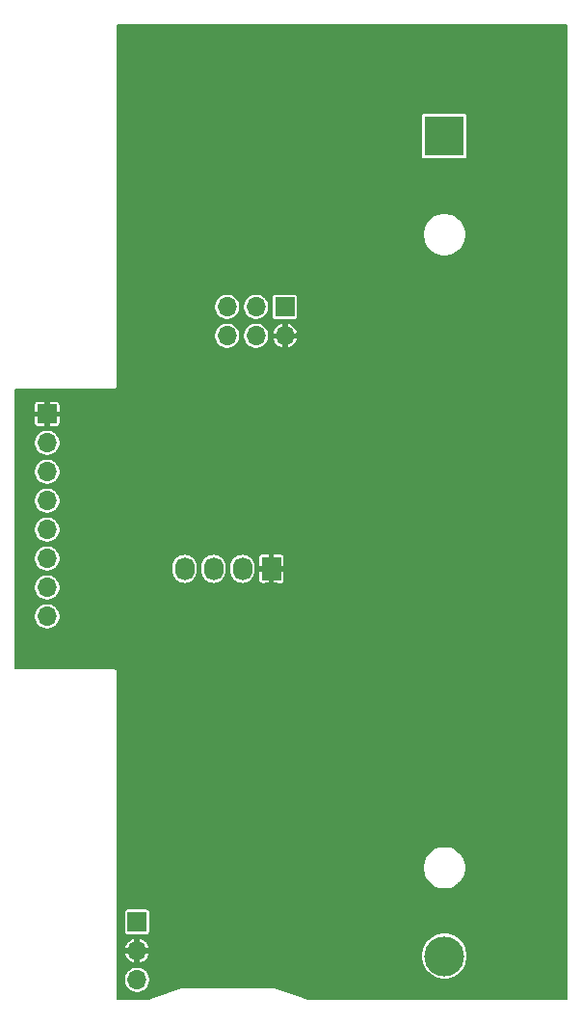
<source format=gbr>
G04 #@! TF.GenerationSoftware,KiCad,Pcbnew,5.1.5-1.fc30*
G04 #@! TF.CreationDate,2020-09-01T08:29:50+02:00*
G04 #@! TF.ProjectId,BeaconTemperature,42656163-6f6e-4546-956d-706572617475,rev?*
G04 #@! TF.SameCoordinates,Original*
G04 #@! TF.FileFunction,Copper,L2,Bot*
G04 #@! TF.FilePolarity,Positive*
%FSLAX46Y46*%
G04 Gerber Fmt 4.6, Leading zero omitted, Abs format (unit mm)*
G04 Created by KiCad (PCBNEW 5.1.5-1.fc30) date 2020-09-01 08:29:50*
%MOMM*%
%LPD*%
G04 APERTURE LIST*
%ADD10O,1.700000X1.700000*%
%ADD11R,1.700000X1.700000*%
%ADD12R,3.500000X3.500000*%
%ADD13C,3.500000*%
%ADD14O,1.727200X2.032000*%
%ADD15R,1.727200X2.032000*%
%ADD16C,0.800000*%
%ADD17C,0.200000*%
G04 APERTURE END LIST*
D10*
X127000000Y-93080000D03*
X127000000Y-90540000D03*
D11*
X127000000Y-88000000D03*
D10*
X119100000Y-61180000D03*
X119100000Y-58640000D03*
X119100000Y-56100000D03*
X119100000Y-53560000D03*
X119100000Y-51020000D03*
X119100000Y-48480000D03*
X119100000Y-45940000D03*
D11*
X119100000Y-43400000D03*
D12*
X154000000Y-19000000D03*
D13*
X154000000Y-91000000D03*
D14*
X131190000Y-57000000D03*
X133730000Y-57000000D03*
X136270000Y-57000000D03*
D15*
X138810000Y-57000000D03*
D10*
X134920000Y-36540000D03*
X134920000Y-34000000D03*
X137460000Y-36540000D03*
X137460000Y-34000000D03*
X140000000Y-36540000D03*
D11*
X140000000Y-34000000D03*
D16*
X132000000Y-31000000D03*
X135000000Y-45000000D03*
X137100000Y-65900000D03*
D17*
G36*
X164725000Y-15013502D02*
G01*
X164725001Y-15013512D01*
X164725000Y-94725000D01*
X142044627Y-94725000D01*
X139109081Y-93746486D01*
X139105747Y-93744704D01*
X139083394Y-93737924D01*
X139074152Y-93734843D01*
X139070501Y-93734013D01*
X139053909Y-93728980D01*
X139044130Y-93728017D01*
X139034561Y-93725841D01*
X139017251Y-93725369D01*
X139013503Y-93725000D01*
X139003708Y-93725000D01*
X138980412Y-93724365D01*
X138976693Y-93725000D01*
X131023308Y-93725000D01*
X131019589Y-93724365D01*
X130996292Y-93725000D01*
X130986497Y-93725000D01*
X130982749Y-93725369D01*
X130965438Y-93725841D01*
X130955866Y-93728017D01*
X130946091Y-93728980D01*
X130929514Y-93734008D01*
X130925847Y-93734842D01*
X130916561Y-93737937D01*
X130894253Y-93744704D01*
X130890926Y-93746482D01*
X127955377Y-94725000D01*
X125275000Y-94725000D01*
X125275000Y-92966735D01*
X125850000Y-92966735D01*
X125850000Y-93193265D01*
X125894194Y-93415443D01*
X125980884Y-93624729D01*
X126106737Y-93813082D01*
X126266918Y-93973263D01*
X126455271Y-94099116D01*
X126664557Y-94185806D01*
X126886735Y-94230000D01*
X127113265Y-94230000D01*
X127335443Y-94185806D01*
X127544729Y-94099116D01*
X127733082Y-93973263D01*
X127893263Y-93813082D01*
X128019116Y-93624729D01*
X128105806Y-93415443D01*
X128150000Y-93193265D01*
X128150000Y-92966735D01*
X128105806Y-92744557D01*
X128019116Y-92535271D01*
X127893263Y-92346918D01*
X127733082Y-92186737D01*
X127544729Y-92060884D01*
X127335443Y-91974194D01*
X127113265Y-91930000D01*
X126886735Y-91930000D01*
X126664557Y-91974194D01*
X126455271Y-92060884D01*
X126266918Y-92186737D01*
X126106737Y-92346918D01*
X125980884Y-92535271D01*
X125894194Y-92744557D01*
X125850000Y-92966735D01*
X125275000Y-92966735D01*
X125275000Y-90866516D01*
X125897328Y-90866516D01*
X125901753Y-90881128D01*
X125989406Y-91088831D01*
X126115896Y-91275442D01*
X126276361Y-91433791D01*
X126464635Y-91557792D01*
X126673483Y-91642680D01*
X126850000Y-91605183D01*
X126850000Y-90690000D01*
X127150000Y-90690000D01*
X127150000Y-91605183D01*
X127326517Y-91642680D01*
X127535365Y-91557792D01*
X127723639Y-91433791D01*
X127884104Y-91275442D01*
X128010594Y-91088831D01*
X128098247Y-90881128D01*
X128102672Y-90866516D01*
X128087869Y-90798093D01*
X151950000Y-90798093D01*
X151950000Y-91201907D01*
X152028780Y-91597963D01*
X152183314Y-91971039D01*
X152407661Y-92306799D01*
X152693201Y-92592339D01*
X153028961Y-92816686D01*
X153402037Y-92971220D01*
X153798093Y-93050000D01*
X154201907Y-93050000D01*
X154597963Y-92971220D01*
X154971039Y-92816686D01*
X155306799Y-92592339D01*
X155592339Y-92306799D01*
X155816686Y-91971039D01*
X155971220Y-91597963D01*
X156050000Y-91201907D01*
X156050000Y-90798093D01*
X155971220Y-90402037D01*
X155816686Y-90028961D01*
X155592339Y-89693201D01*
X155306799Y-89407661D01*
X154971039Y-89183314D01*
X154597963Y-89028780D01*
X154201907Y-88950000D01*
X153798093Y-88950000D01*
X153402037Y-89028780D01*
X153028961Y-89183314D01*
X152693201Y-89407661D01*
X152407661Y-89693201D01*
X152183314Y-90028961D01*
X152028780Y-90402037D01*
X151950000Y-90798093D01*
X128087869Y-90798093D01*
X128064483Y-90690000D01*
X127150000Y-90690000D01*
X126850000Y-90690000D01*
X125935517Y-90690000D01*
X125897328Y-90866516D01*
X125275000Y-90866516D01*
X125275000Y-90213484D01*
X125897328Y-90213484D01*
X125935517Y-90390000D01*
X126850000Y-90390000D01*
X126850000Y-89474817D01*
X127150000Y-89474817D01*
X127150000Y-90390000D01*
X128064483Y-90390000D01*
X128102672Y-90213484D01*
X128098247Y-90198872D01*
X128010594Y-89991169D01*
X127884104Y-89804558D01*
X127723639Y-89646209D01*
X127535365Y-89522208D01*
X127326517Y-89437320D01*
X127150000Y-89474817D01*
X126850000Y-89474817D01*
X126673483Y-89437320D01*
X126464635Y-89522208D01*
X126276361Y-89646209D01*
X126115896Y-89804558D01*
X125989406Y-89991169D01*
X125901753Y-90198872D01*
X125897328Y-90213484D01*
X125275000Y-90213484D01*
X125275000Y-87150000D01*
X125848549Y-87150000D01*
X125848549Y-88850000D01*
X125854341Y-88908810D01*
X125871496Y-88965360D01*
X125899353Y-89017477D01*
X125936842Y-89063158D01*
X125982523Y-89100647D01*
X126034640Y-89128504D01*
X126091190Y-89145659D01*
X126150000Y-89151451D01*
X127850000Y-89151451D01*
X127908810Y-89145659D01*
X127965360Y-89128504D01*
X128017477Y-89100647D01*
X128063158Y-89063158D01*
X128100647Y-89017477D01*
X128128504Y-88965360D01*
X128145659Y-88908810D01*
X128151451Y-88850000D01*
X128151451Y-87150000D01*
X128145659Y-87091190D01*
X128128504Y-87034640D01*
X128100647Y-86982523D01*
X128063158Y-86936842D01*
X128017477Y-86899353D01*
X127965360Y-86871496D01*
X127908810Y-86854341D01*
X127850000Y-86848549D01*
X126150000Y-86848549D01*
X126091190Y-86854341D01*
X126034640Y-86871496D01*
X125982523Y-86899353D01*
X125936842Y-86936842D01*
X125899353Y-86982523D01*
X125871496Y-87034640D01*
X125854341Y-87091190D01*
X125848549Y-87150000D01*
X125275000Y-87150000D01*
X125275000Y-83067866D01*
X152100000Y-83067866D01*
X152100000Y-83442134D01*
X152173016Y-83809209D01*
X152316242Y-84154987D01*
X152524174Y-84466179D01*
X152788821Y-84730826D01*
X153100013Y-84938758D01*
X153445791Y-85081984D01*
X153812866Y-85155000D01*
X154187134Y-85155000D01*
X154554209Y-85081984D01*
X154899987Y-84938758D01*
X155211179Y-84730826D01*
X155475826Y-84466179D01*
X155683758Y-84154987D01*
X155826984Y-83809209D01*
X155900000Y-83442134D01*
X155900000Y-83067866D01*
X155826984Y-82700791D01*
X155683758Y-82355013D01*
X155475826Y-82043821D01*
X155211179Y-81779174D01*
X154899987Y-81571242D01*
X154554209Y-81428016D01*
X154187134Y-81355000D01*
X153812866Y-81355000D01*
X153445791Y-81428016D01*
X153100013Y-81571242D01*
X152788821Y-81779174D01*
X152524174Y-82043821D01*
X152316242Y-82355013D01*
X152173016Y-82700791D01*
X152100000Y-83067866D01*
X125275000Y-83067866D01*
X125275000Y-66013503D01*
X125276330Y-66000000D01*
X125271020Y-65946091D01*
X125255296Y-65894253D01*
X125229760Y-65846479D01*
X125195395Y-65804605D01*
X125153521Y-65770240D01*
X125105747Y-65744704D01*
X125053909Y-65728980D01*
X125013503Y-65725000D01*
X125013502Y-65725000D01*
X125000000Y-65723670D01*
X124986497Y-65725000D01*
X116275000Y-65725000D01*
X116275000Y-61066735D01*
X117950000Y-61066735D01*
X117950000Y-61293265D01*
X117994194Y-61515443D01*
X118080884Y-61724729D01*
X118206737Y-61913082D01*
X118366918Y-62073263D01*
X118555271Y-62199116D01*
X118764557Y-62285806D01*
X118986735Y-62330000D01*
X119213265Y-62330000D01*
X119435443Y-62285806D01*
X119644729Y-62199116D01*
X119833082Y-62073263D01*
X119993263Y-61913082D01*
X120119116Y-61724729D01*
X120205806Y-61515443D01*
X120250000Y-61293265D01*
X120250000Y-61066735D01*
X120205806Y-60844557D01*
X120119116Y-60635271D01*
X119993263Y-60446918D01*
X119833082Y-60286737D01*
X119644729Y-60160884D01*
X119435443Y-60074194D01*
X119213265Y-60030000D01*
X118986735Y-60030000D01*
X118764557Y-60074194D01*
X118555271Y-60160884D01*
X118366918Y-60286737D01*
X118206737Y-60446918D01*
X118080884Y-60635271D01*
X117994194Y-60844557D01*
X117950000Y-61066735D01*
X116275000Y-61066735D01*
X116275000Y-58526735D01*
X117950000Y-58526735D01*
X117950000Y-58753265D01*
X117994194Y-58975443D01*
X118080884Y-59184729D01*
X118206737Y-59373082D01*
X118366918Y-59533263D01*
X118555271Y-59659116D01*
X118764557Y-59745806D01*
X118986735Y-59790000D01*
X119213265Y-59790000D01*
X119435443Y-59745806D01*
X119644729Y-59659116D01*
X119833082Y-59533263D01*
X119993263Y-59373082D01*
X120119116Y-59184729D01*
X120205806Y-58975443D01*
X120250000Y-58753265D01*
X120250000Y-58526735D01*
X120205806Y-58304557D01*
X120119116Y-58095271D01*
X119993263Y-57906918D01*
X119833082Y-57746737D01*
X119644729Y-57620884D01*
X119435443Y-57534194D01*
X119213265Y-57490000D01*
X118986735Y-57490000D01*
X118764557Y-57534194D01*
X118555271Y-57620884D01*
X118366918Y-57746737D01*
X118206737Y-57906918D01*
X118080884Y-58095271D01*
X117994194Y-58304557D01*
X117950000Y-58526735D01*
X116275000Y-58526735D01*
X116275000Y-55986735D01*
X117950000Y-55986735D01*
X117950000Y-56213265D01*
X117994194Y-56435443D01*
X118080884Y-56644729D01*
X118206737Y-56833082D01*
X118366918Y-56993263D01*
X118555271Y-57119116D01*
X118764557Y-57205806D01*
X118986735Y-57250000D01*
X119213265Y-57250000D01*
X119435443Y-57205806D01*
X119644729Y-57119116D01*
X119833082Y-56993263D01*
X119993263Y-56833082D01*
X120021757Y-56790437D01*
X130026400Y-56790437D01*
X130026400Y-57209562D01*
X130043236Y-57380504D01*
X130109772Y-57599844D01*
X130217821Y-57801988D01*
X130363230Y-57979170D01*
X130540411Y-58124579D01*
X130742555Y-58232628D01*
X130961895Y-58299164D01*
X131190000Y-58321630D01*
X131418104Y-58299164D01*
X131637444Y-58232628D01*
X131839588Y-58124579D01*
X132016770Y-57979170D01*
X132162179Y-57801989D01*
X132270228Y-57599845D01*
X132336764Y-57380505D01*
X132353600Y-57209563D01*
X132353600Y-56790438D01*
X132353600Y-56790437D01*
X132566400Y-56790437D01*
X132566400Y-57209562D01*
X132583236Y-57380504D01*
X132649772Y-57599844D01*
X132757821Y-57801988D01*
X132903230Y-57979170D01*
X133080411Y-58124579D01*
X133282555Y-58232628D01*
X133501895Y-58299164D01*
X133730000Y-58321630D01*
X133958104Y-58299164D01*
X134177444Y-58232628D01*
X134379588Y-58124579D01*
X134556770Y-57979170D01*
X134702179Y-57801989D01*
X134810228Y-57599845D01*
X134876764Y-57380505D01*
X134893600Y-57209563D01*
X134893600Y-56790438D01*
X134893600Y-56790437D01*
X135106400Y-56790437D01*
X135106400Y-57209562D01*
X135123236Y-57380504D01*
X135189772Y-57599844D01*
X135297821Y-57801988D01*
X135443230Y-57979170D01*
X135620411Y-58124579D01*
X135822555Y-58232628D01*
X136041895Y-58299164D01*
X136270000Y-58321630D01*
X136498104Y-58299164D01*
X136717444Y-58232628D01*
X136919588Y-58124579D01*
X137051892Y-58016000D01*
X137644948Y-58016000D01*
X137650740Y-58074810D01*
X137667895Y-58131361D01*
X137695752Y-58183478D01*
X137733241Y-58229159D01*
X137778922Y-58266648D01*
X137831039Y-58294505D01*
X137887590Y-58311660D01*
X137946400Y-58317452D01*
X138585000Y-58316000D01*
X138660000Y-58241000D01*
X138660000Y-57150000D01*
X138960000Y-57150000D01*
X138960000Y-58241000D01*
X139035000Y-58316000D01*
X139673600Y-58317452D01*
X139732410Y-58311660D01*
X139788961Y-58294505D01*
X139841078Y-58266648D01*
X139886759Y-58229159D01*
X139924248Y-58183478D01*
X139952105Y-58131361D01*
X139969260Y-58074810D01*
X139975052Y-58016000D01*
X139973600Y-57225000D01*
X139898600Y-57150000D01*
X138960000Y-57150000D01*
X138660000Y-57150000D01*
X137721400Y-57150000D01*
X137646400Y-57225000D01*
X137644948Y-58016000D01*
X137051892Y-58016000D01*
X137096770Y-57979170D01*
X137242179Y-57801989D01*
X137350228Y-57599845D01*
X137416764Y-57380505D01*
X137433600Y-57209563D01*
X137433600Y-56790438D01*
X137416764Y-56619496D01*
X137350228Y-56400156D01*
X137242179Y-56198012D01*
X137096770Y-56020830D01*
X137051893Y-55984000D01*
X137644948Y-55984000D01*
X137646400Y-56775000D01*
X137721400Y-56850000D01*
X138660000Y-56850000D01*
X138660000Y-55759000D01*
X138960000Y-55759000D01*
X138960000Y-56850000D01*
X139898600Y-56850000D01*
X139973600Y-56775000D01*
X139975052Y-55984000D01*
X139969260Y-55925190D01*
X139952105Y-55868639D01*
X139924248Y-55816522D01*
X139886759Y-55770841D01*
X139841078Y-55733352D01*
X139788961Y-55705495D01*
X139732410Y-55688340D01*
X139673600Y-55682548D01*
X139035000Y-55684000D01*
X138960000Y-55759000D01*
X138660000Y-55759000D01*
X138585000Y-55684000D01*
X137946400Y-55682548D01*
X137887590Y-55688340D01*
X137831039Y-55705495D01*
X137778922Y-55733352D01*
X137733241Y-55770841D01*
X137695752Y-55816522D01*
X137667895Y-55868639D01*
X137650740Y-55925190D01*
X137644948Y-55984000D01*
X137051893Y-55984000D01*
X136919589Y-55875421D01*
X136717445Y-55767372D01*
X136498105Y-55700836D01*
X136270000Y-55678370D01*
X136041896Y-55700836D01*
X135822556Y-55767372D01*
X135620412Y-55875421D01*
X135443231Y-56020830D01*
X135297822Y-56198011D01*
X135189772Y-56400155D01*
X135123236Y-56619495D01*
X135106400Y-56790437D01*
X134893600Y-56790437D01*
X134876764Y-56619496D01*
X134810228Y-56400156D01*
X134702179Y-56198012D01*
X134556770Y-56020830D01*
X134379589Y-55875421D01*
X134177445Y-55767372D01*
X133958105Y-55700836D01*
X133730000Y-55678370D01*
X133501896Y-55700836D01*
X133282556Y-55767372D01*
X133080412Y-55875421D01*
X132903231Y-56020830D01*
X132757822Y-56198011D01*
X132649772Y-56400155D01*
X132583236Y-56619495D01*
X132566400Y-56790437D01*
X132353600Y-56790437D01*
X132336764Y-56619496D01*
X132270228Y-56400156D01*
X132162179Y-56198012D01*
X132016770Y-56020830D01*
X131839589Y-55875421D01*
X131637445Y-55767372D01*
X131418105Y-55700836D01*
X131190000Y-55678370D01*
X130961896Y-55700836D01*
X130742556Y-55767372D01*
X130540412Y-55875421D01*
X130363231Y-56020830D01*
X130217822Y-56198011D01*
X130109772Y-56400155D01*
X130043236Y-56619495D01*
X130026400Y-56790437D01*
X120021757Y-56790437D01*
X120119116Y-56644729D01*
X120205806Y-56435443D01*
X120250000Y-56213265D01*
X120250000Y-55986735D01*
X120205806Y-55764557D01*
X120119116Y-55555271D01*
X119993263Y-55366918D01*
X119833082Y-55206737D01*
X119644729Y-55080884D01*
X119435443Y-54994194D01*
X119213265Y-54950000D01*
X118986735Y-54950000D01*
X118764557Y-54994194D01*
X118555271Y-55080884D01*
X118366918Y-55206737D01*
X118206737Y-55366918D01*
X118080884Y-55555271D01*
X117994194Y-55764557D01*
X117950000Y-55986735D01*
X116275000Y-55986735D01*
X116275000Y-53446735D01*
X117950000Y-53446735D01*
X117950000Y-53673265D01*
X117994194Y-53895443D01*
X118080884Y-54104729D01*
X118206737Y-54293082D01*
X118366918Y-54453263D01*
X118555271Y-54579116D01*
X118764557Y-54665806D01*
X118986735Y-54710000D01*
X119213265Y-54710000D01*
X119435443Y-54665806D01*
X119644729Y-54579116D01*
X119833082Y-54453263D01*
X119993263Y-54293082D01*
X120119116Y-54104729D01*
X120205806Y-53895443D01*
X120250000Y-53673265D01*
X120250000Y-53446735D01*
X120205806Y-53224557D01*
X120119116Y-53015271D01*
X119993263Y-52826918D01*
X119833082Y-52666737D01*
X119644729Y-52540884D01*
X119435443Y-52454194D01*
X119213265Y-52410000D01*
X118986735Y-52410000D01*
X118764557Y-52454194D01*
X118555271Y-52540884D01*
X118366918Y-52666737D01*
X118206737Y-52826918D01*
X118080884Y-53015271D01*
X117994194Y-53224557D01*
X117950000Y-53446735D01*
X116275000Y-53446735D01*
X116275000Y-50906735D01*
X117950000Y-50906735D01*
X117950000Y-51133265D01*
X117994194Y-51355443D01*
X118080884Y-51564729D01*
X118206737Y-51753082D01*
X118366918Y-51913263D01*
X118555271Y-52039116D01*
X118764557Y-52125806D01*
X118986735Y-52170000D01*
X119213265Y-52170000D01*
X119435443Y-52125806D01*
X119644729Y-52039116D01*
X119833082Y-51913263D01*
X119993263Y-51753082D01*
X120119116Y-51564729D01*
X120205806Y-51355443D01*
X120250000Y-51133265D01*
X120250000Y-50906735D01*
X120205806Y-50684557D01*
X120119116Y-50475271D01*
X119993263Y-50286918D01*
X119833082Y-50126737D01*
X119644729Y-50000884D01*
X119435443Y-49914194D01*
X119213265Y-49870000D01*
X118986735Y-49870000D01*
X118764557Y-49914194D01*
X118555271Y-50000884D01*
X118366918Y-50126737D01*
X118206737Y-50286918D01*
X118080884Y-50475271D01*
X117994194Y-50684557D01*
X117950000Y-50906735D01*
X116275000Y-50906735D01*
X116275000Y-48366735D01*
X117950000Y-48366735D01*
X117950000Y-48593265D01*
X117994194Y-48815443D01*
X118080884Y-49024729D01*
X118206737Y-49213082D01*
X118366918Y-49373263D01*
X118555271Y-49499116D01*
X118764557Y-49585806D01*
X118986735Y-49630000D01*
X119213265Y-49630000D01*
X119435443Y-49585806D01*
X119644729Y-49499116D01*
X119833082Y-49373263D01*
X119993263Y-49213082D01*
X120119116Y-49024729D01*
X120205806Y-48815443D01*
X120250000Y-48593265D01*
X120250000Y-48366735D01*
X120205806Y-48144557D01*
X120119116Y-47935271D01*
X119993263Y-47746918D01*
X119833082Y-47586737D01*
X119644729Y-47460884D01*
X119435443Y-47374194D01*
X119213265Y-47330000D01*
X118986735Y-47330000D01*
X118764557Y-47374194D01*
X118555271Y-47460884D01*
X118366918Y-47586737D01*
X118206737Y-47746918D01*
X118080884Y-47935271D01*
X117994194Y-48144557D01*
X117950000Y-48366735D01*
X116275000Y-48366735D01*
X116275000Y-45826735D01*
X117950000Y-45826735D01*
X117950000Y-46053265D01*
X117994194Y-46275443D01*
X118080884Y-46484729D01*
X118206737Y-46673082D01*
X118366918Y-46833263D01*
X118555271Y-46959116D01*
X118764557Y-47045806D01*
X118986735Y-47090000D01*
X119213265Y-47090000D01*
X119435443Y-47045806D01*
X119644729Y-46959116D01*
X119833082Y-46833263D01*
X119993263Y-46673082D01*
X120119116Y-46484729D01*
X120205806Y-46275443D01*
X120250000Y-46053265D01*
X120250000Y-45826735D01*
X120205806Y-45604557D01*
X120119116Y-45395271D01*
X119993263Y-45206918D01*
X119833082Y-45046737D01*
X119644729Y-44920884D01*
X119435443Y-44834194D01*
X119213265Y-44790000D01*
X118986735Y-44790000D01*
X118764557Y-44834194D01*
X118555271Y-44920884D01*
X118366918Y-45046737D01*
X118206737Y-45206918D01*
X118080884Y-45395271D01*
X117994194Y-45604557D01*
X117950000Y-45826735D01*
X116275000Y-45826735D01*
X116275000Y-44250000D01*
X117948548Y-44250000D01*
X117954340Y-44308810D01*
X117971495Y-44365361D01*
X117999352Y-44417478D01*
X118036841Y-44463159D01*
X118082522Y-44500648D01*
X118134639Y-44528505D01*
X118191190Y-44545660D01*
X118250000Y-44551452D01*
X118875000Y-44550000D01*
X118950000Y-44475000D01*
X118950000Y-43550000D01*
X119250000Y-43550000D01*
X119250000Y-44475000D01*
X119325000Y-44550000D01*
X119950000Y-44551452D01*
X120008810Y-44545660D01*
X120065361Y-44528505D01*
X120117478Y-44500648D01*
X120163159Y-44463159D01*
X120200648Y-44417478D01*
X120228505Y-44365361D01*
X120245660Y-44308810D01*
X120251452Y-44250000D01*
X120250000Y-43625000D01*
X120175000Y-43550000D01*
X119250000Y-43550000D01*
X118950000Y-43550000D01*
X118025000Y-43550000D01*
X117950000Y-43625000D01*
X117948548Y-44250000D01*
X116275000Y-44250000D01*
X116275000Y-42550000D01*
X117948548Y-42550000D01*
X117950000Y-43175000D01*
X118025000Y-43250000D01*
X118950000Y-43250000D01*
X118950000Y-42325000D01*
X119250000Y-42325000D01*
X119250000Y-43250000D01*
X120175000Y-43250000D01*
X120250000Y-43175000D01*
X120251452Y-42550000D01*
X120245660Y-42491190D01*
X120228505Y-42434639D01*
X120200648Y-42382522D01*
X120163159Y-42336841D01*
X120117478Y-42299352D01*
X120065361Y-42271495D01*
X120008810Y-42254340D01*
X119950000Y-42248548D01*
X119325000Y-42250000D01*
X119250000Y-42325000D01*
X118950000Y-42325000D01*
X118875000Y-42250000D01*
X118250000Y-42248548D01*
X118191190Y-42254340D01*
X118134639Y-42271495D01*
X118082522Y-42299352D01*
X118036841Y-42336841D01*
X117999352Y-42382522D01*
X117971495Y-42434639D01*
X117954340Y-42491190D01*
X117948548Y-42550000D01*
X116275000Y-42550000D01*
X116275000Y-41275000D01*
X124986498Y-41275000D01*
X125000000Y-41276330D01*
X125053909Y-41271020D01*
X125105747Y-41255296D01*
X125153521Y-41229760D01*
X125195395Y-41195395D01*
X125229760Y-41153521D01*
X125255296Y-41105747D01*
X125271020Y-41053909D01*
X125275000Y-41013503D01*
X125276330Y-41000000D01*
X125275000Y-40986497D01*
X125275000Y-36426735D01*
X133770000Y-36426735D01*
X133770000Y-36653265D01*
X133814194Y-36875443D01*
X133900884Y-37084729D01*
X134026737Y-37273082D01*
X134186918Y-37433263D01*
X134375271Y-37559116D01*
X134584557Y-37645806D01*
X134806735Y-37690000D01*
X135033265Y-37690000D01*
X135255443Y-37645806D01*
X135464729Y-37559116D01*
X135653082Y-37433263D01*
X135813263Y-37273082D01*
X135939116Y-37084729D01*
X136025806Y-36875443D01*
X136070000Y-36653265D01*
X136070000Y-36426735D01*
X136310000Y-36426735D01*
X136310000Y-36653265D01*
X136354194Y-36875443D01*
X136440884Y-37084729D01*
X136566737Y-37273082D01*
X136726918Y-37433263D01*
X136915271Y-37559116D01*
X137124557Y-37645806D01*
X137346735Y-37690000D01*
X137573265Y-37690000D01*
X137795443Y-37645806D01*
X138004729Y-37559116D01*
X138193082Y-37433263D01*
X138353263Y-37273082D01*
X138479116Y-37084729D01*
X138565806Y-36875443D01*
X138567581Y-36866517D01*
X138897320Y-36866517D01*
X138982208Y-37075365D01*
X139106209Y-37263639D01*
X139264558Y-37424104D01*
X139451169Y-37550594D01*
X139658872Y-37638247D01*
X139673484Y-37642672D01*
X139850000Y-37604483D01*
X139850000Y-36690000D01*
X140150000Y-36690000D01*
X140150000Y-37604483D01*
X140326516Y-37642672D01*
X140341128Y-37638247D01*
X140548831Y-37550594D01*
X140735442Y-37424104D01*
X140893791Y-37263639D01*
X141017792Y-37075365D01*
X141102680Y-36866517D01*
X141065183Y-36690000D01*
X140150000Y-36690000D01*
X139850000Y-36690000D01*
X138934817Y-36690000D01*
X138897320Y-36866517D01*
X138567581Y-36866517D01*
X138610000Y-36653265D01*
X138610000Y-36426735D01*
X138567582Y-36213483D01*
X138897320Y-36213483D01*
X138934817Y-36390000D01*
X139850000Y-36390000D01*
X139850000Y-35475517D01*
X140150000Y-35475517D01*
X140150000Y-36390000D01*
X141065183Y-36390000D01*
X141102680Y-36213483D01*
X141017792Y-36004635D01*
X140893791Y-35816361D01*
X140735442Y-35655896D01*
X140548831Y-35529406D01*
X140341128Y-35441753D01*
X140326516Y-35437328D01*
X140150000Y-35475517D01*
X139850000Y-35475517D01*
X139673484Y-35437328D01*
X139658872Y-35441753D01*
X139451169Y-35529406D01*
X139264558Y-35655896D01*
X139106209Y-35816361D01*
X138982208Y-36004635D01*
X138897320Y-36213483D01*
X138567582Y-36213483D01*
X138565806Y-36204557D01*
X138479116Y-35995271D01*
X138353263Y-35806918D01*
X138193082Y-35646737D01*
X138004729Y-35520884D01*
X137795443Y-35434194D01*
X137573265Y-35390000D01*
X137346735Y-35390000D01*
X137124557Y-35434194D01*
X136915271Y-35520884D01*
X136726918Y-35646737D01*
X136566737Y-35806918D01*
X136440884Y-35995271D01*
X136354194Y-36204557D01*
X136310000Y-36426735D01*
X136070000Y-36426735D01*
X136025806Y-36204557D01*
X135939116Y-35995271D01*
X135813263Y-35806918D01*
X135653082Y-35646737D01*
X135464729Y-35520884D01*
X135255443Y-35434194D01*
X135033265Y-35390000D01*
X134806735Y-35390000D01*
X134584557Y-35434194D01*
X134375271Y-35520884D01*
X134186918Y-35646737D01*
X134026737Y-35806918D01*
X133900884Y-35995271D01*
X133814194Y-36204557D01*
X133770000Y-36426735D01*
X125275000Y-36426735D01*
X125275000Y-33886735D01*
X133770000Y-33886735D01*
X133770000Y-34113265D01*
X133814194Y-34335443D01*
X133900884Y-34544729D01*
X134026737Y-34733082D01*
X134186918Y-34893263D01*
X134375271Y-35019116D01*
X134584557Y-35105806D01*
X134806735Y-35150000D01*
X135033265Y-35150000D01*
X135255443Y-35105806D01*
X135464729Y-35019116D01*
X135653082Y-34893263D01*
X135813263Y-34733082D01*
X135939116Y-34544729D01*
X136025806Y-34335443D01*
X136070000Y-34113265D01*
X136070000Y-33886735D01*
X136310000Y-33886735D01*
X136310000Y-34113265D01*
X136354194Y-34335443D01*
X136440884Y-34544729D01*
X136566737Y-34733082D01*
X136726918Y-34893263D01*
X136915271Y-35019116D01*
X137124557Y-35105806D01*
X137346735Y-35150000D01*
X137573265Y-35150000D01*
X137795443Y-35105806D01*
X138004729Y-35019116D01*
X138193082Y-34893263D01*
X138353263Y-34733082D01*
X138479116Y-34544729D01*
X138565806Y-34335443D01*
X138610000Y-34113265D01*
X138610000Y-33886735D01*
X138565806Y-33664557D01*
X138479116Y-33455271D01*
X138353263Y-33266918D01*
X138236345Y-33150000D01*
X138848549Y-33150000D01*
X138848549Y-34850000D01*
X138854341Y-34908810D01*
X138871496Y-34965360D01*
X138899353Y-35017477D01*
X138936842Y-35063158D01*
X138982523Y-35100647D01*
X139034640Y-35128504D01*
X139091190Y-35145659D01*
X139150000Y-35151451D01*
X140850000Y-35151451D01*
X140908810Y-35145659D01*
X140965360Y-35128504D01*
X141017477Y-35100647D01*
X141063158Y-35063158D01*
X141100647Y-35017477D01*
X141128504Y-34965360D01*
X141145659Y-34908810D01*
X141151451Y-34850000D01*
X141151451Y-33150000D01*
X141145659Y-33091190D01*
X141128504Y-33034640D01*
X141100647Y-32982523D01*
X141063158Y-32936842D01*
X141017477Y-32899353D01*
X140965360Y-32871496D01*
X140908810Y-32854341D01*
X140850000Y-32848549D01*
X139150000Y-32848549D01*
X139091190Y-32854341D01*
X139034640Y-32871496D01*
X138982523Y-32899353D01*
X138936842Y-32936842D01*
X138899353Y-32982523D01*
X138871496Y-33034640D01*
X138854341Y-33091190D01*
X138848549Y-33150000D01*
X138236345Y-33150000D01*
X138193082Y-33106737D01*
X138004729Y-32980884D01*
X137795443Y-32894194D01*
X137573265Y-32850000D01*
X137346735Y-32850000D01*
X137124557Y-32894194D01*
X136915271Y-32980884D01*
X136726918Y-33106737D01*
X136566737Y-33266918D01*
X136440884Y-33455271D01*
X136354194Y-33664557D01*
X136310000Y-33886735D01*
X136070000Y-33886735D01*
X136025806Y-33664557D01*
X135939116Y-33455271D01*
X135813263Y-33266918D01*
X135653082Y-33106737D01*
X135464729Y-32980884D01*
X135255443Y-32894194D01*
X135033265Y-32850000D01*
X134806735Y-32850000D01*
X134584557Y-32894194D01*
X134375271Y-32980884D01*
X134186918Y-33106737D01*
X134026737Y-33266918D01*
X133900884Y-33455271D01*
X133814194Y-33664557D01*
X133770000Y-33886735D01*
X125275000Y-33886735D01*
X125275000Y-27457866D01*
X152100000Y-27457866D01*
X152100000Y-27832134D01*
X152173016Y-28199209D01*
X152316242Y-28544987D01*
X152524174Y-28856179D01*
X152788821Y-29120826D01*
X153100013Y-29328758D01*
X153445791Y-29471984D01*
X153812866Y-29545000D01*
X154187134Y-29545000D01*
X154554209Y-29471984D01*
X154899987Y-29328758D01*
X155211179Y-29120826D01*
X155475826Y-28856179D01*
X155683758Y-28544987D01*
X155826984Y-28199209D01*
X155900000Y-27832134D01*
X155900000Y-27457866D01*
X155826984Y-27090791D01*
X155683758Y-26745013D01*
X155475826Y-26433821D01*
X155211179Y-26169174D01*
X154899987Y-25961242D01*
X154554209Y-25818016D01*
X154187134Y-25745000D01*
X153812866Y-25745000D01*
X153445791Y-25818016D01*
X153100013Y-25961242D01*
X152788821Y-26169174D01*
X152524174Y-26433821D01*
X152316242Y-26745013D01*
X152173016Y-27090791D01*
X152100000Y-27457866D01*
X125275000Y-27457866D01*
X125275000Y-17250000D01*
X151948549Y-17250000D01*
X151948549Y-20750000D01*
X151954341Y-20808810D01*
X151971496Y-20865360D01*
X151999353Y-20917477D01*
X152036842Y-20963158D01*
X152082523Y-21000647D01*
X152134640Y-21028504D01*
X152191190Y-21045659D01*
X152250000Y-21051451D01*
X155750000Y-21051451D01*
X155808810Y-21045659D01*
X155865360Y-21028504D01*
X155917477Y-21000647D01*
X155963158Y-20963158D01*
X156000647Y-20917477D01*
X156028504Y-20865360D01*
X156045659Y-20808810D01*
X156051451Y-20750000D01*
X156051451Y-17250000D01*
X156045659Y-17191190D01*
X156028504Y-17134640D01*
X156000647Y-17082523D01*
X155963158Y-17036842D01*
X155917477Y-16999353D01*
X155865360Y-16971496D01*
X155808810Y-16954341D01*
X155750000Y-16948549D01*
X152250000Y-16948549D01*
X152191190Y-16954341D01*
X152134640Y-16971496D01*
X152082523Y-16999353D01*
X152036842Y-17036842D01*
X151999353Y-17082523D01*
X151971496Y-17134640D01*
X151954341Y-17191190D01*
X151948549Y-17250000D01*
X125275000Y-17250000D01*
X125275000Y-9275000D01*
X164725001Y-9275000D01*
X164725000Y-15013502D01*
G37*
X164725000Y-15013502D02*
X164725001Y-15013512D01*
X164725000Y-94725000D01*
X142044627Y-94725000D01*
X139109081Y-93746486D01*
X139105747Y-93744704D01*
X139083394Y-93737924D01*
X139074152Y-93734843D01*
X139070501Y-93734013D01*
X139053909Y-93728980D01*
X139044130Y-93728017D01*
X139034561Y-93725841D01*
X139017251Y-93725369D01*
X139013503Y-93725000D01*
X139003708Y-93725000D01*
X138980412Y-93724365D01*
X138976693Y-93725000D01*
X131023308Y-93725000D01*
X131019589Y-93724365D01*
X130996292Y-93725000D01*
X130986497Y-93725000D01*
X130982749Y-93725369D01*
X130965438Y-93725841D01*
X130955866Y-93728017D01*
X130946091Y-93728980D01*
X130929514Y-93734008D01*
X130925847Y-93734842D01*
X130916561Y-93737937D01*
X130894253Y-93744704D01*
X130890926Y-93746482D01*
X127955377Y-94725000D01*
X125275000Y-94725000D01*
X125275000Y-92966735D01*
X125850000Y-92966735D01*
X125850000Y-93193265D01*
X125894194Y-93415443D01*
X125980884Y-93624729D01*
X126106737Y-93813082D01*
X126266918Y-93973263D01*
X126455271Y-94099116D01*
X126664557Y-94185806D01*
X126886735Y-94230000D01*
X127113265Y-94230000D01*
X127335443Y-94185806D01*
X127544729Y-94099116D01*
X127733082Y-93973263D01*
X127893263Y-93813082D01*
X128019116Y-93624729D01*
X128105806Y-93415443D01*
X128150000Y-93193265D01*
X128150000Y-92966735D01*
X128105806Y-92744557D01*
X128019116Y-92535271D01*
X127893263Y-92346918D01*
X127733082Y-92186737D01*
X127544729Y-92060884D01*
X127335443Y-91974194D01*
X127113265Y-91930000D01*
X126886735Y-91930000D01*
X126664557Y-91974194D01*
X126455271Y-92060884D01*
X126266918Y-92186737D01*
X126106737Y-92346918D01*
X125980884Y-92535271D01*
X125894194Y-92744557D01*
X125850000Y-92966735D01*
X125275000Y-92966735D01*
X125275000Y-90866516D01*
X125897328Y-90866516D01*
X125901753Y-90881128D01*
X125989406Y-91088831D01*
X126115896Y-91275442D01*
X126276361Y-91433791D01*
X126464635Y-91557792D01*
X126673483Y-91642680D01*
X126850000Y-91605183D01*
X126850000Y-90690000D01*
X127150000Y-90690000D01*
X127150000Y-91605183D01*
X127326517Y-91642680D01*
X127535365Y-91557792D01*
X127723639Y-91433791D01*
X127884104Y-91275442D01*
X128010594Y-91088831D01*
X128098247Y-90881128D01*
X128102672Y-90866516D01*
X128087869Y-90798093D01*
X151950000Y-90798093D01*
X151950000Y-91201907D01*
X152028780Y-91597963D01*
X152183314Y-91971039D01*
X152407661Y-92306799D01*
X152693201Y-92592339D01*
X153028961Y-92816686D01*
X153402037Y-92971220D01*
X153798093Y-93050000D01*
X154201907Y-93050000D01*
X154597963Y-92971220D01*
X154971039Y-92816686D01*
X155306799Y-92592339D01*
X155592339Y-92306799D01*
X155816686Y-91971039D01*
X155971220Y-91597963D01*
X156050000Y-91201907D01*
X156050000Y-90798093D01*
X155971220Y-90402037D01*
X155816686Y-90028961D01*
X155592339Y-89693201D01*
X155306799Y-89407661D01*
X154971039Y-89183314D01*
X154597963Y-89028780D01*
X154201907Y-88950000D01*
X153798093Y-88950000D01*
X153402037Y-89028780D01*
X153028961Y-89183314D01*
X152693201Y-89407661D01*
X152407661Y-89693201D01*
X152183314Y-90028961D01*
X152028780Y-90402037D01*
X151950000Y-90798093D01*
X128087869Y-90798093D01*
X128064483Y-90690000D01*
X127150000Y-90690000D01*
X126850000Y-90690000D01*
X125935517Y-90690000D01*
X125897328Y-90866516D01*
X125275000Y-90866516D01*
X125275000Y-90213484D01*
X125897328Y-90213484D01*
X125935517Y-90390000D01*
X126850000Y-90390000D01*
X126850000Y-89474817D01*
X127150000Y-89474817D01*
X127150000Y-90390000D01*
X128064483Y-90390000D01*
X128102672Y-90213484D01*
X128098247Y-90198872D01*
X128010594Y-89991169D01*
X127884104Y-89804558D01*
X127723639Y-89646209D01*
X127535365Y-89522208D01*
X127326517Y-89437320D01*
X127150000Y-89474817D01*
X126850000Y-89474817D01*
X126673483Y-89437320D01*
X126464635Y-89522208D01*
X126276361Y-89646209D01*
X126115896Y-89804558D01*
X125989406Y-89991169D01*
X125901753Y-90198872D01*
X125897328Y-90213484D01*
X125275000Y-90213484D01*
X125275000Y-87150000D01*
X125848549Y-87150000D01*
X125848549Y-88850000D01*
X125854341Y-88908810D01*
X125871496Y-88965360D01*
X125899353Y-89017477D01*
X125936842Y-89063158D01*
X125982523Y-89100647D01*
X126034640Y-89128504D01*
X126091190Y-89145659D01*
X126150000Y-89151451D01*
X127850000Y-89151451D01*
X127908810Y-89145659D01*
X127965360Y-89128504D01*
X128017477Y-89100647D01*
X128063158Y-89063158D01*
X128100647Y-89017477D01*
X128128504Y-88965360D01*
X128145659Y-88908810D01*
X128151451Y-88850000D01*
X128151451Y-87150000D01*
X128145659Y-87091190D01*
X128128504Y-87034640D01*
X128100647Y-86982523D01*
X128063158Y-86936842D01*
X128017477Y-86899353D01*
X127965360Y-86871496D01*
X127908810Y-86854341D01*
X127850000Y-86848549D01*
X126150000Y-86848549D01*
X126091190Y-86854341D01*
X126034640Y-86871496D01*
X125982523Y-86899353D01*
X125936842Y-86936842D01*
X125899353Y-86982523D01*
X125871496Y-87034640D01*
X125854341Y-87091190D01*
X125848549Y-87150000D01*
X125275000Y-87150000D01*
X125275000Y-83067866D01*
X152100000Y-83067866D01*
X152100000Y-83442134D01*
X152173016Y-83809209D01*
X152316242Y-84154987D01*
X152524174Y-84466179D01*
X152788821Y-84730826D01*
X153100013Y-84938758D01*
X153445791Y-85081984D01*
X153812866Y-85155000D01*
X154187134Y-85155000D01*
X154554209Y-85081984D01*
X154899987Y-84938758D01*
X155211179Y-84730826D01*
X155475826Y-84466179D01*
X155683758Y-84154987D01*
X155826984Y-83809209D01*
X155900000Y-83442134D01*
X155900000Y-83067866D01*
X155826984Y-82700791D01*
X155683758Y-82355013D01*
X155475826Y-82043821D01*
X155211179Y-81779174D01*
X154899987Y-81571242D01*
X154554209Y-81428016D01*
X154187134Y-81355000D01*
X153812866Y-81355000D01*
X153445791Y-81428016D01*
X153100013Y-81571242D01*
X152788821Y-81779174D01*
X152524174Y-82043821D01*
X152316242Y-82355013D01*
X152173016Y-82700791D01*
X152100000Y-83067866D01*
X125275000Y-83067866D01*
X125275000Y-66013503D01*
X125276330Y-66000000D01*
X125271020Y-65946091D01*
X125255296Y-65894253D01*
X125229760Y-65846479D01*
X125195395Y-65804605D01*
X125153521Y-65770240D01*
X125105747Y-65744704D01*
X125053909Y-65728980D01*
X125013503Y-65725000D01*
X125013502Y-65725000D01*
X125000000Y-65723670D01*
X124986497Y-65725000D01*
X116275000Y-65725000D01*
X116275000Y-61066735D01*
X117950000Y-61066735D01*
X117950000Y-61293265D01*
X117994194Y-61515443D01*
X118080884Y-61724729D01*
X118206737Y-61913082D01*
X118366918Y-62073263D01*
X118555271Y-62199116D01*
X118764557Y-62285806D01*
X118986735Y-62330000D01*
X119213265Y-62330000D01*
X119435443Y-62285806D01*
X119644729Y-62199116D01*
X119833082Y-62073263D01*
X119993263Y-61913082D01*
X120119116Y-61724729D01*
X120205806Y-61515443D01*
X120250000Y-61293265D01*
X120250000Y-61066735D01*
X120205806Y-60844557D01*
X120119116Y-60635271D01*
X119993263Y-60446918D01*
X119833082Y-60286737D01*
X119644729Y-60160884D01*
X119435443Y-60074194D01*
X119213265Y-60030000D01*
X118986735Y-60030000D01*
X118764557Y-60074194D01*
X118555271Y-60160884D01*
X118366918Y-60286737D01*
X118206737Y-60446918D01*
X118080884Y-60635271D01*
X117994194Y-60844557D01*
X117950000Y-61066735D01*
X116275000Y-61066735D01*
X116275000Y-58526735D01*
X117950000Y-58526735D01*
X117950000Y-58753265D01*
X117994194Y-58975443D01*
X118080884Y-59184729D01*
X118206737Y-59373082D01*
X118366918Y-59533263D01*
X118555271Y-59659116D01*
X118764557Y-59745806D01*
X118986735Y-59790000D01*
X119213265Y-59790000D01*
X119435443Y-59745806D01*
X119644729Y-59659116D01*
X119833082Y-59533263D01*
X119993263Y-59373082D01*
X120119116Y-59184729D01*
X120205806Y-58975443D01*
X120250000Y-58753265D01*
X120250000Y-58526735D01*
X120205806Y-58304557D01*
X120119116Y-58095271D01*
X119993263Y-57906918D01*
X119833082Y-57746737D01*
X119644729Y-57620884D01*
X119435443Y-57534194D01*
X119213265Y-57490000D01*
X118986735Y-57490000D01*
X118764557Y-57534194D01*
X118555271Y-57620884D01*
X118366918Y-57746737D01*
X118206737Y-57906918D01*
X118080884Y-58095271D01*
X117994194Y-58304557D01*
X117950000Y-58526735D01*
X116275000Y-58526735D01*
X116275000Y-55986735D01*
X117950000Y-55986735D01*
X117950000Y-56213265D01*
X117994194Y-56435443D01*
X118080884Y-56644729D01*
X118206737Y-56833082D01*
X118366918Y-56993263D01*
X118555271Y-57119116D01*
X118764557Y-57205806D01*
X118986735Y-57250000D01*
X119213265Y-57250000D01*
X119435443Y-57205806D01*
X119644729Y-57119116D01*
X119833082Y-56993263D01*
X119993263Y-56833082D01*
X120021757Y-56790437D01*
X130026400Y-56790437D01*
X130026400Y-57209562D01*
X130043236Y-57380504D01*
X130109772Y-57599844D01*
X130217821Y-57801988D01*
X130363230Y-57979170D01*
X130540411Y-58124579D01*
X130742555Y-58232628D01*
X130961895Y-58299164D01*
X131190000Y-58321630D01*
X131418104Y-58299164D01*
X131637444Y-58232628D01*
X131839588Y-58124579D01*
X132016770Y-57979170D01*
X132162179Y-57801989D01*
X132270228Y-57599845D01*
X132336764Y-57380505D01*
X132353600Y-57209563D01*
X132353600Y-56790438D01*
X132353600Y-56790437D01*
X132566400Y-56790437D01*
X132566400Y-57209562D01*
X132583236Y-57380504D01*
X132649772Y-57599844D01*
X132757821Y-57801988D01*
X132903230Y-57979170D01*
X133080411Y-58124579D01*
X133282555Y-58232628D01*
X133501895Y-58299164D01*
X133730000Y-58321630D01*
X133958104Y-58299164D01*
X134177444Y-58232628D01*
X134379588Y-58124579D01*
X134556770Y-57979170D01*
X134702179Y-57801989D01*
X134810228Y-57599845D01*
X134876764Y-57380505D01*
X134893600Y-57209563D01*
X134893600Y-56790438D01*
X134893600Y-56790437D01*
X135106400Y-56790437D01*
X135106400Y-57209562D01*
X135123236Y-57380504D01*
X135189772Y-57599844D01*
X135297821Y-57801988D01*
X135443230Y-57979170D01*
X135620411Y-58124579D01*
X135822555Y-58232628D01*
X136041895Y-58299164D01*
X136270000Y-58321630D01*
X136498104Y-58299164D01*
X136717444Y-58232628D01*
X136919588Y-58124579D01*
X137051892Y-58016000D01*
X137644948Y-58016000D01*
X137650740Y-58074810D01*
X137667895Y-58131361D01*
X137695752Y-58183478D01*
X137733241Y-58229159D01*
X137778922Y-58266648D01*
X137831039Y-58294505D01*
X137887590Y-58311660D01*
X137946400Y-58317452D01*
X138585000Y-58316000D01*
X138660000Y-58241000D01*
X138660000Y-57150000D01*
X138960000Y-57150000D01*
X138960000Y-58241000D01*
X139035000Y-58316000D01*
X139673600Y-58317452D01*
X139732410Y-58311660D01*
X139788961Y-58294505D01*
X139841078Y-58266648D01*
X139886759Y-58229159D01*
X139924248Y-58183478D01*
X139952105Y-58131361D01*
X139969260Y-58074810D01*
X139975052Y-58016000D01*
X139973600Y-57225000D01*
X139898600Y-57150000D01*
X138960000Y-57150000D01*
X138660000Y-57150000D01*
X137721400Y-57150000D01*
X137646400Y-57225000D01*
X137644948Y-58016000D01*
X137051892Y-58016000D01*
X137096770Y-57979170D01*
X137242179Y-57801989D01*
X137350228Y-57599845D01*
X137416764Y-57380505D01*
X137433600Y-57209563D01*
X137433600Y-56790438D01*
X137416764Y-56619496D01*
X137350228Y-56400156D01*
X137242179Y-56198012D01*
X137096770Y-56020830D01*
X137051893Y-55984000D01*
X137644948Y-55984000D01*
X137646400Y-56775000D01*
X137721400Y-56850000D01*
X138660000Y-56850000D01*
X138660000Y-55759000D01*
X138960000Y-55759000D01*
X138960000Y-56850000D01*
X139898600Y-56850000D01*
X139973600Y-56775000D01*
X139975052Y-55984000D01*
X139969260Y-55925190D01*
X139952105Y-55868639D01*
X139924248Y-55816522D01*
X139886759Y-55770841D01*
X139841078Y-55733352D01*
X139788961Y-55705495D01*
X139732410Y-55688340D01*
X139673600Y-55682548D01*
X139035000Y-55684000D01*
X138960000Y-55759000D01*
X138660000Y-55759000D01*
X138585000Y-55684000D01*
X137946400Y-55682548D01*
X137887590Y-55688340D01*
X137831039Y-55705495D01*
X137778922Y-55733352D01*
X137733241Y-55770841D01*
X137695752Y-55816522D01*
X137667895Y-55868639D01*
X137650740Y-55925190D01*
X137644948Y-55984000D01*
X137051893Y-55984000D01*
X136919589Y-55875421D01*
X136717445Y-55767372D01*
X136498105Y-55700836D01*
X136270000Y-55678370D01*
X136041896Y-55700836D01*
X135822556Y-55767372D01*
X135620412Y-55875421D01*
X135443231Y-56020830D01*
X135297822Y-56198011D01*
X135189772Y-56400155D01*
X135123236Y-56619495D01*
X135106400Y-56790437D01*
X134893600Y-56790437D01*
X134876764Y-56619496D01*
X134810228Y-56400156D01*
X134702179Y-56198012D01*
X134556770Y-56020830D01*
X134379589Y-55875421D01*
X134177445Y-55767372D01*
X133958105Y-55700836D01*
X133730000Y-55678370D01*
X133501896Y-55700836D01*
X133282556Y-55767372D01*
X133080412Y-55875421D01*
X132903231Y-56020830D01*
X132757822Y-56198011D01*
X132649772Y-56400155D01*
X132583236Y-56619495D01*
X132566400Y-56790437D01*
X132353600Y-56790437D01*
X132336764Y-56619496D01*
X132270228Y-56400156D01*
X132162179Y-56198012D01*
X132016770Y-56020830D01*
X131839589Y-55875421D01*
X131637445Y-55767372D01*
X131418105Y-55700836D01*
X131190000Y-55678370D01*
X130961896Y-55700836D01*
X130742556Y-55767372D01*
X130540412Y-55875421D01*
X130363231Y-56020830D01*
X130217822Y-56198011D01*
X130109772Y-56400155D01*
X130043236Y-56619495D01*
X130026400Y-56790437D01*
X120021757Y-56790437D01*
X120119116Y-56644729D01*
X120205806Y-56435443D01*
X120250000Y-56213265D01*
X120250000Y-55986735D01*
X120205806Y-55764557D01*
X120119116Y-55555271D01*
X119993263Y-55366918D01*
X119833082Y-55206737D01*
X119644729Y-55080884D01*
X119435443Y-54994194D01*
X119213265Y-54950000D01*
X118986735Y-54950000D01*
X118764557Y-54994194D01*
X118555271Y-55080884D01*
X118366918Y-55206737D01*
X118206737Y-55366918D01*
X118080884Y-55555271D01*
X117994194Y-55764557D01*
X117950000Y-55986735D01*
X116275000Y-55986735D01*
X116275000Y-53446735D01*
X117950000Y-53446735D01*
X117950000Y-53673265D01*
X117994194Y-53895443D01*
X118080884Y-54104729D01*
X118206737Y-54293082D01*
X118366918Y-54453263D01*
X118555271Y-54579116D01*
X118764557Y-54665806D01*
X118986735Y-54710000D01*
X119213265Y-54710000D01*
X119435443Y-54665806D01*
X119644729Y-54579116D01*
X119833082Y-54453263D01*
X119993263Y-54293082D01*
X120119116Y-54104729D01*
X120205806Y-53895443D01*
X120250000Y-53673265D01*
X120250000Y-53446735D01*
X120205806Y-53224557D01*
X120119116Y-53015271D01*
X119993263Y-52826918D01*
X119833082Y-52666737D01*
X119644729Y-52540884D01*
X119435443Y-52454194D01*
X119213265Y-52410000D01*
X118986735Y-52410000D01*
X118764557Y-52454194D01*
X118555271Y-52540884D01*
X118366918Y-52666737D01*
X118206737Y-52826918D01*
X118080884Y-53015271D01*
X117994194Y-53224557D01*
X117950000Y-53446735D01*
X116275000Y-53446735D01*
X116275000Y-50906735D01*
X117950000Y-50906735D01*
X117950000Y-51133265D01*
X117994194Y-51355443D01*
X118080884Y-51564729D01*
X118206737Y-51753082D01*
X118366918Y-51913263D01*
X118555271Y-52039116D01*
X118764557Y-52125806D01*
X118986735Y-52170000D01*
X119213265Y-52170000D01*
X119435443Y-52125806D01*
X119644729Y-52039116D01*
X119833082Y-51913263D01*
X119993263Y-51753082D01*
X120119116Y-51564729D01*
X120205806Y-51355443D01*
X120250000Y-51133265D01*
X120250000Y-50906735D01*
X120205806Y-50684557D01*
X120119116Y-50475271D01*
X119993263Y-50286918D01*
X119833082Y-50126737D01*
X119644729Y-50000884D01*
X119435443Y-49914194D01*
X119213265Y-49870000D01*
X118986735Y-49870000D01*
X118764557Y-49914194D01*
X118555271Y-50000884D01*
X118366918Y-50126737D01*
X118206737Y-50286918D01*
X118080884Y-50475271D01*
X117994194Y-50684557D01*
X117950000Y-50906735D01*
X116275000Y-50906735D01*
X116275000Y-48366735D01*
X117950000Y-48366735D01*
X117950000Y-48593265D01*
X117994194Y-48815443D01*
X118080884Y-49024729D01*
X118206737Y-49213082D01*
X118366918Y-49373263D01*
X118555271Y-49499116D01*
X118764557Y-49585806D01*
X118986735Y-49630000D01*
X119213265Y-49630000D01*
X119435443Y-49585806D01*
X119644729Y-49499116D01*
X119833082Y-49373263D01*
X119993263Y-49213082D01*
X120119116Y-49024729D01*
X120205806Y-48815443D01*
X120250000Y-48593265D01*
X120250000Y-48366735D01*
X120205806Y-48144557D01*
X120119116Y-47935271D01*
X119993263Y-47746918D01*
X119833082Y-47586737D01*
X119644729Y-47460884D01*
X119435443Y-47374194D01*
X119213265Y-47330000D01*
X118986735Y-47330000D01*
X118764557Y-47374194D01*
X118555271Y-47460884D01*
X118366918Y-47586737D01*
X118206737Y-47746918D01*
X118080884Y-47935271D01*
X117994194Y-48144557D01*
X117950000Y-48366735D01*
X116275000Y-48366735D01*
X116275000Y-45826735D01*
X117950000Y-45826735D01*
X117950000Y-46053265D01*
X117994194Y-46275443D01*
X118080884Y-46484729D01*
X118206737Y-46673082D01*
X118366918Y-46833263D01*
X118555271Y-46959116D01*
X118764557Y-47045806D01*
X118986735Y-47090000D01*
X119213265Y-47090000D01*
X119435443Y-47045806D01*
X119644729Y-46959116D01*
X119833082Y-46833263D01*
X119993263Y-46673082D01*
X120119116Y-46484729D01*
X120205806Y-46275443D01*
X120250000Y-46053265D01*
X120250000Y-45826735D01*
X120205806Y-45604557D01*
X120119116Y-45395271D01*
X119993263Y-45206918D01*
X119833082Y-45046737D01*
X119644729Y-44920884D01*
X119435443Y-44834194D01*
X119213265Y-44790000D01*
X118986735Y-44790000D01*
X118764557Y-44834194D01*
X118555271Y-44920884D01*
X118366918Y-45046737D01*
X118206737Y-45206918D01*
X118080884Y-45395271D01*
X117994194Y-45604557D01*
X117950000Y-45826735D01*
X116275000Y-45826735D01*
X116275000Y-44250000D01*
X117948548Y-44250000D01*
X117954340Y-44308810D01*
X117971495Y-44365361D01*
X117999352Y-44417478D01*
X118036841Y-44463159D01*
X118082522Y-44500648D01*
X118134639Y-44528505D01*
X118191190Y-44545660D01*
X118250000Y-44551452D01*
X118875000Y-44550000D01*
X118950000Y-44475000D01*
X118950000Y-43550000D01*
X119250000Y-43550000D01*
X119250000Y-44475000D01*
X119325000Y-44550000D01*
X119950000Y-44551452D01*
X120008810Y-44545660D01*
X120065361Y-44528505D01*
X120117478Y-44500648D01*
X120163159Y-44463159D01*
X120200648Y-44417478D01*
X120228505Y-44365361D01*
X120245660Y-44308810D01*
X120251452Y-44250000D01*
X120250000Y-43625000D01*
X120175000Y-43550000D01*
X119250000Y-43550000D01*
X118950000Y-43550000D01*
X118025000Y-43550000D01*
X117950000Y-43625000D01*
X117948548Y-44250000D01*
X116275000Y-44250000D01*
X116275000Y-42550000D01*
X117948548Y-42550000D01*
X117950000Y-43175000D01*
X118025000Y-43250000D01*
X118950000Y-43250000D01*
X118950000Y-42325000D01*
X119250000Y-42325000D01*
X119250000Y-43250000D01*
X120175000Y-43250000D01*
X120250000Y-43175000D01*
X120251452Y-42550000D01*
X120245660Y-42491190D01*
X120228505Y-42434639D01*
X120200648Y-42382522D01*
X120163159Y-42336841D01*
X120117478Y-42299352D01*
X120065361Y-42271495D01*
X120008810Y-42254340D01*
X119950000Y-42248548D01*
X119325000Y-42250000D01*
X119250000Y-42325000D01*
X118950000Y-42325000D01*
X118875000Y-42250000D01*
X118250000Y-42248548D01*
X118191190Y-42254340D01*
X118134639Y-42271495D01*
X118082522Y-42299352D01*
X118036841Y-42336841D01*
X117999352Y-42382522D01*
X117971495Y-42434639D01*
X117954340Y-42491190D01*
X117948548Y-42550000D01*
X116275000Y-42550000D01*
X116275000Y-41275000D01*
X124986498Y-41275000D01*
X125000000Y-41276330D01*
X125053909Y-41271020D01*
X125105747Y-41255296D01*
X125153521Y-41229760D01*
X125195395Y-41195395D01*
X125229760Y-41153521D01*
X125255296Y-41105747D01*
X125271020Y-41053909D01*
X125275000Y-41013503D01*
X125276330Y-41000000D01*
X125275000Y-40986497D01*
X125275000Y-36426735D01*
X133770000Y-36426735D01*
X133770000Y-36653265D01*
X133814194Y-36875443D01*
X133900884Y-37084729D01*
X134026737Y-37273082D01*
X134186918Y-37433263D01*
X134375271Y-37559116D01*
X134584557Y-37645806D01*
X134806735Y-37690000D01*
X135033265Y-37690000D01*
X135255443Y-37645806D01*
X135464729Y-37559116D01*
X135653082Y-37433263D01*
X135813263Y-37273082D01*
X135939116Y-37084729D01*
X136025806Y-36875443D01*
X136070000Y-36653265D01*
X136070000Y-36426735D01*
X136310000Y-36426735D01*
X136310000Y-36653265D01*
X136354194Y-36875443D01*
X136440884Y-37084729D01*
X136566737Y-37273082D01*
X136726918Y-37433263D01*
X136915271Y-37559116D01*
X137124557Y-37645806D01*
X137346735Y-37690000D01*
X137573265Y-37690000D01*
X137795443Y-37645806D01*
X138004729Y-37559116D01*
X138193082Y-37433263D01*
X138353263Y-37273082D01*
X138479116Y-37084729D01*
X138565806Y-36875443D01*
X138567581Y-36866517D01*
X138897320Y-36866517D01*
X138982208Y-37075365D01*
X139106209Y-37263639D01*
X139264558Y-37424104D01*
X139451169Y-37550594D01*
X139658872Y-37638247D01*
X139673484Y-37642672D01*
X139850000Y-37604483D01*
X139850000Y-36690000D01*
X140150000Y-36690000D01*
X140150000Y-37604483D01*
X140326516Y-37642672D01*
X140341128Y-37638247D01*
X140548831Y-37550594D01*
X140735442Y-37424104D01*
X140893791Y-37263639D01*
X141017792Y-37075365D01*
X141102680Y-36866517D01*
X141065183Y-36690000D01*
X140150000Y-36690000D01*
X139850000Y-36690000D01*
X138934817Y-36690000D01*
X138897320Y-36866517D01*
X138567581Y-36866517D01*
X138610000Y-36653265D01*
X138610000Y-36426735D01*
X138567582Y-36213483D01*
X138897320Y-36213483D01*
X138934817Y-36390000D01*
X139850000Y-36390000D01*
X139850000Y-35475517D01*
X140150000Y-35475517D01*
X140150000Y-36390000D01*
X141065183Y-36390000D01*
X141102680Y-36213483D01*
X141017792Y-36004635D01*
X140893791Y-35816361D01*
X140735442Y-35655896D01*
X140548831Y-35529406D01*
X140341128Y-35441753D01*
X140326516Y-35437328D01*
X140150000Y-35475517D01*
X139850000Y-35475517D01*
X139673484Y-35437328D01*
X139658872Y-35441753D01*
X139451169Y-35529406D01*
X139264558Y-35655896D01*
X139106209Y-35816361D01*
X138982208Y-36004635D01*
X138897320Y-36213483D01*
X138567582Y-36213483D01*
X138565806Y-36204557D01*
X138479116Y-35995271D01*
X138353263Y-35806918D01*
X138193082Y-35646737D01*
X138004729Y-35520884D01*
X137795443Y-35434194D01*
X137573265Y-35390000D01*
X137346735Y-35390000D01*
X137124557Y-35434194D01*
X136915271Y-35520884D01*
X136726918Y-35646737D01*
X136566737Y-35806918D01*
X136440884Y-35995271D01*
X136354194Y-36204557D01*
X136310000Y-36426735D01*
X136070000Y-36426735D01*
X136025806Y-36204557D01*
X135939116Y-35995271D01*
X135813263Y-35806918D01*
X135653082Y-35646737D01*
X135464729Y-35520884D01*
X135255443Y-35434194D01*
X135033265Y-35390000D01*
X134806735Y-35390000D01*
X134584557Y-35434194D01*
X134375271Y-35520884D01*
X134186918Y-35646737D01*
X134026737Y-35806918D01*
X133900884Y-35995271D01*
X133814194Y-36204557D01*
X133770000Y-36426735D01*
X125275000Y-36426735D01*
X125275000Y-33886735D01*
X133770000Y-33886735D01*
X133770000Y-34113265D01*
X133814194Y-34335443D01*
X133900884Y-34544729D01*
X134026737Y-34733082D01*
X134186918Y-34893263D01*
X134375271Y-35019116D01*
X134584557Y-35105806D01*
X134806735Y-35150000D01*
X135033265Y-35150000D01*
X135255443Y-35105806D01*
X135464729Y-35019116D01*
X135653082Y-34893263D01*
X135813263Y-34733082D01*
X135939116Y-34544729D01*
X136025806Y-34335443D01*
X136070000Y-34113265D01*
X136070000Y-33886735D01*
X136310000Y-33886735D01*
X136310000Y-34113265D01*
X136354194Y-34335443D01*
X136440884Y-34544729D01*
X136566737Y-34733082D01*
X136726918Y-34893263D01*
X136915271Y-35019116D01*
X137124557Y-35105806D01*
X137346735Y-35150000D01*
X137573265Y-35150000D01*
X137795443Y-35105806D01*
X138004729Y-35019116D01*
X138193082Y-34893263D01*
X138353263Y-34733082D01*
X138479116Y-34544729D01*
X138565806Y-34335443D01*
X138610000Y-34113265D01*
X138610000Y-33886735D01*
X138565806Y-33664557D01*
X138479116Y-33455271D01*
X138353263Y-33266918D01*
X138236345Y-33150000D01*
X138848549Y-33150000D01*
X138848549Y-34850000D01*
X138854341Y-34908810D01*
X138871496Y-34965360D01*
X138899353Y-35017477D01*
X138936842Y-35063158D01*
X138982523Y-35100647D01*
X139034640Y-35128504D01*
X139091190Y-35145659D01*
X139150000Y-35151451D01*
X140850000Y-35151451D01*
X140908810Y-35145659D01*
X140965360Y-35128504D01*
X141017477Y-35100647D01*
X141063158Y-35063158D01*
X141100647Y-35017477D01*
X141128504Y-34965360D01*
X141145659Y-34908810D01*
X141151451Y-34850000D01*
X141151451Y-33150000D01*
X141145659Y-33091190D01*
X141128504Y-33034640D01*
X141100647Y-32982523D01*
X141063158Y-32936842D01*
X141017477Y-32899353D01*
X140965360Y-32871496D01*
X140908810Y-32854341D01*
X140850000Y-32848549D01*
X139150000Y-32848549D01*
X139091190Y-32854341D01*
X139034640Y-32871496D01*
X138982523Y-32899353D01*
X138936842Y-32936842D01*
X138899353Y-32982523D01*
X138871496Y-33034640D01*
X138854341Y-33091190D01*
X138848549Y-33150000D01*
X138236345Y-33150000D01*
X138193082Y-33106737D01*
X138004729Y-32980884D01*
X137795443Y-32894194D01*
X137573265Y-32850000D01*
X137346735Y-32850000D01*
X137124557Y-32894194D01*
X136915271Y-32980884D01*
X136726918Y-33106737D01*
X136566737Y-33266918D01*
X136440884Y-33455271D01*
X136354194Y-33664557D01*
X136310000Y-33886735D01*
X136070000Y-33886735D01*
X136025806Y-33664557D01*
X135939116Y-33455271D01*
X135813263Y-33266918D01*
X135653082Y-33106737D01*
X135464729Y-32980884D01*
X135255443Y-32894194D01*
X135033265Y-32850000D01*
X134806735Y-32850000D01*
X134584557Y-32894194D01*
X134375271Y-32980884D01*
X134186918Y-33106737D01*
X134026737Y-33266918D01*
X133900884Y-33455271D01*
X133814194Y-33664557D01*
X133770000Y-33886735D01*
X125275000Y-33886735D01*
X125275000Y-27457866D01*
X152100000Y-27457866D01*
X152100000Y-27832134D01*
X152173016Y-28199209D01*
X152316242Y-28544987D01*
X152524174Y-28856179D01*
X152788821Y-29120826D01*
X153100013Y-29328758D01*
X153445791Y-29471984D01*
X153812866Y-29545000D01*
X154187134Y-29545000D01*
X154554209Y-29471984D01*
X154899987Y-29328758D01*
X155211179Y-29120826D01*
X155475826Y-28856179D01*
X155683758Y-28544987D01*
X155826984Y-28199209D01*
X155900000Y-27832134D01*
X155900000Y-27457866D01*
X155826984Y-27090791D01*
X155683758Y-26745013D01*
X155475826Y-26433821D01*
X155211179Y-26169174D01*
X154899987Y-25961242D01*
X154554209Y-25818016D01*
X154187134Y-25745000D01*
X153812866Y-25745000D01*
X153445791Y-25818016D01*
X153100013Y-25961242D01*
X152788821Y-26169174D01*
X152524174Y-26433821D01*
X152316242Y-26745013D01*
X152173016Y-27090791D01*
X152100000Y-27457866D01*
X125275000Y-27457866D01*
X125275000Y-17250000D01*
X151948549Y-17250000D01*
X151948549Y-20750000D01*
X151954341Y-20808810D01*
X151971496Y-20865360D01*
X151999353Y-20917477D01*
X152036842Y-20963158D01*
X152082523Y-21000647D01*
X152134640Y-21028504D01*
X152191190Y-21045659D01*
X152250000Y-21051451D01*
X155750000Y-21051451D01*
X155808810Y-21045659D01*
X155865360Y-21028504D01*
X155917477Y-21000647D01*
X155963158Y-20963158D01*
X156000647Y-20917477D01*
X156028504Y-20865360D01*
X156045659Y-20808810D01*
X156051451Y-20750000D01*
X156051451Y-17250000D01*
X156045659Y-17191190D01*
X156028504Y-17134640D01*
X156000647Y-17082523D01*
X155963158Y-17036842D01*
X155917477Y-16999353D01*
X155865360Y-16971496D01*
X155808810Y-16954341D01*
X155750000Y-16948549D01*
X152250000Y-16948549D01*
X152191190Y-16954341D01*
X152134640Y-16971496D01*
X152082523Y-16999353D01*
X152036842Y-17036842D01*
X151999353Y-17082523D01*
X151971496Y-17134640D01*
X151954341Y-17191190D01*
X151948549Y-17250000D01*
X125275000Y-17250000D01*
X125275000Y-9275000D01*
X164725001Y-9275000D01*
X164725000Y-15013502D01*
M02*

</source>
